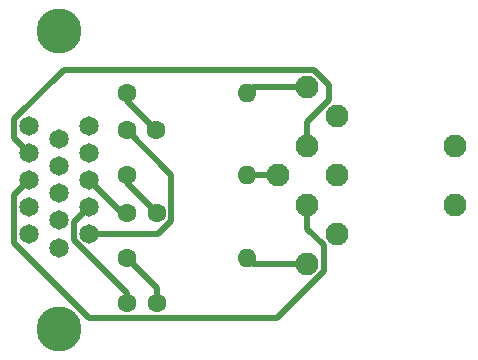
<source format=gbr>
G04 #@! TF.GenerationSoftware,KiCad,Pcbnew,8.0.7*
G04 #@! TF.CreationDate,2025-02-16T23:41:52-07:00*
G04 #@! TF.ProjectId,PC8801mkII VGA,50433838-3031-46d6-9b49-49205647412e,rev?*
G04 #@! TF.SameCoordinates,Original*
G04 #@! TF.FileFunction,Copper,L1,Top*
G04 #@! TF.FilePolarity,Positive*
%FSLAX46Y46*%
G04 Gerber Fmt 4.6, Leading zero omitted, Abs format (unit mm)*
G04 Created by KiCad (PCBNEW 8.0.7) date 2025-02-16 23:41:52*
%MOMM*%
%LPD*%
G01*
G04 APERTURE LIST*
G04 #@! TA.AperFunction,ComponentPad*
%ADD10C,1.950000*%
G04 #@! TD*
G04 #@! TA.AperFunction,ComponentPad*
%ADD11C,1.651000*%
G04 #@! TD*
G04 #@! TA.AperFunction,ComponentPad*
%ADD12C,3.810000*%
G04 #@! TD*
G04 #@! TA.AperFunction,ComponentPad*
%ADD13C,1.600000*%
G04 #@! TD*
G04 #@! TA.AperFunction,ComponentPad*
%ADD14O,1.600000X1.600000*%
G04 #@! TD*
G04 #@! TA.AperFunction,Conductor*
%ADD15C,0.500000*%
G04 #@! TD*
G04 APERTURE END LIST*
D10*
X201930000Y-102315000D03*
X201930000Y-107315000D03*
X201930000Y-112315000D03*
X199430000Y-104815000D03*
X199430000Y-109815000D03*
X199430000Y-99815000D03*
X199430000Y-114815000D03*
X196930000Y-107315000D03*
X211930000Y-109815000D03*
X211930000Y-104815000D03*
D11*
X180975000Y-112284256D03*
X180975000Y-109994192D03*
X180975000Y-107704128D03*
X180975000Y-105414064D03*
X180975000Y-103124000D03*
X178435000Y-113426999D03*
X178435000Y-111136999D03*
X178435000Y-108847001D03*
X178435000Y-106557000D03*
X178435000Y-104267000D03*
X175895000Y-112283999D03*
X175895000Y-109993999D03*
X175895000Y-107704001D03*
X175895000Y-105414000D03*
X175895000Y-103124000D03*
D12*
X178435000Y-95072200D03*
X178435000Y-120319800D03*
D13*
X186690000Y-118110000D03*
X184190000Y-118110000D03*
X184150000Y-107315000D03*
D14*
X194310000Y-107315000D03*
D13*
X186650000Y-103505000D03*
X184150000Y-103505000D03*
X184150000Y-100330000D03*
D14*
X194310000Y-100330000D03*
D13*
X184150000Y-114300000D03*
D14*
X194310000Y-114300000D03*
D13*
X186670000Y-110490000D03*
X184170000Y-110490000D03*
D15*
X196930000Y-107315000D02*
X194310000Y-107315000D01*
X194825000Y-99815000D02*
X194310000Y-100330000D01*
X199430000Y-99815000D02*
X194825000Y-99815000D01*
X199430000Y-114815000D02*
X194825000Y-114815000D01*
X194825000Y-114815000D02*
X194310000Y-114300000D01*
X196880256Y-119380000D02*
X200855000Y-115405255D01*
X174619500Y-108979501D02*
X175895000Y-107704001D01*
X200855000Y-115405255D02*
X200855000Y-113255255D01*
X174619500Y-113024500D02*
X174619500Y-108979501D01*
X200855000Y-113255255D02*
X199430000Y-111830255D01*
X196880256Y-119380000D02*
X180975000Y-119380000D01*
X180975000Y-119380000D02*
X174619500Y-113024500D01*
X199430000Y-111830255D02*
X199430000Y-109815000D01*
X174619500Y-102565500D02*
X174619500Y-104138500D01*
X178795000Y-98390000D02*
X174619500Y-102565500D01*
X174619500Y-104138500D02*
X175895000Y-105414000D01*
X200020255Y-98390000D02*
X178795000Y-98390000D01*
X199430000Y-102799745D02*
X201295000Y-100934745D01*
X199430000Y-104815000D02*
X199430000Y-102799745D01*
X201295000Y-99664745D02*
X200020255Y-98390000D01*
X201295000Y-100934745D02*
X201295000Y-99664745D01*
X184150000Y-103505000D02*
X187920000Y-107275000D01*
X186800744Y-112284256D02*
X180975000Y-112284256D01*
X187920000Y-111165000D02*
X186800744Y-112284256D01*
X187920000Y-107275000D02*
X187920000Y-111165000D01*
X179699500Y-112812586D02*
X179699500Y-111765500D01*
X179699500Y-111765500D02*
X179710500Y-111754500D01*
X179710500Y-111754500D02*
X179710500Y-111258692D01*
X184190000Y-117303086D02*
X179699500Y-112812586D01*
X184190000Y-118110000D02*
X184190000Y-117303086D01*
X179710500Y-111258692D02*
X180975000Y-109994192D01*
X183760872Y-110490000D02*
X180975000Y-107704128D01*
X184170000Y-110490000D02*
X183760872Y-110490000D01*
X184150000Y-100330000D02*
X184150000Y-101005000D01*
X184150000Y-101005000D02*
X186650000Y-103505000D01*
X186690000Y-118110000D02*
X186690000Y-116840000D01*
X186690000Y-116840000D02*
X184150000Y-114300000D01*
X184150000Y-107315000D02*
X184150000Y-107970000D01*
X184150000Y-107970000D02*
X186670000Y-110490000D01*
M02*

</source>
